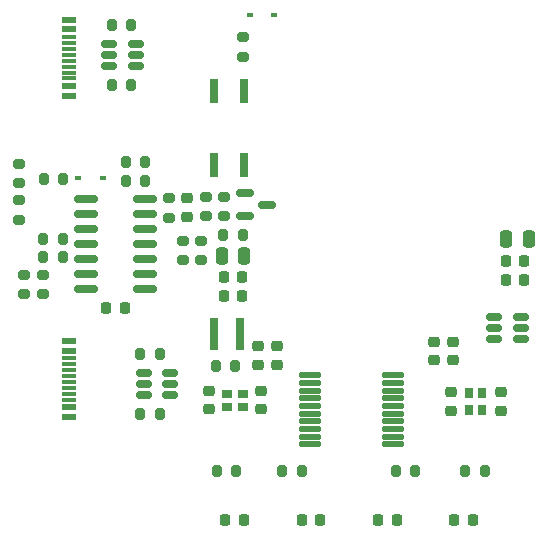
<source format=gbr>
%TF.GenerationSoftware,KiCad,Pcbnew,7.0.9*%
%TF.CreationDate,2023-12-12T13:04:40+02:00*%
%TF.ProjectId,ADuM3165_USB_ISOLATION,4144754d-3331-4363-955f-5553425f4953,rev?*%
%TF.SameCoordinates,Original*%
%TF.FileFunction,Paste,Top*%
%TF.FilePolarity,Positive*%
%FSLAX46Y46*%
G04 Gerber Fmt 4.6, Leading zero omitted, Abs format (unit mm)*
G04 Created by KiCad (PCBNEW 7.0.9) date 2023-12-12 13:04:40*
%MOMM*%
%LPD*%
G01*
G04 APERTURE LIST*
G04 Aperture macros list*
%AMRoundRect*
0 Rectangle with rounded corners*
0 $1 Rounding radius*
0 $2 $3 $4 $5 $6 $7 $8 $9 X,Y pos of 4 corners*
0 Add a 4 corners polygon primitive as box body*
4,1,4,$2,$3,$4,$5,$6,$7,$8,$9,$2,$3,0*
0 Add four circle primitives for the rounded corners*
1,1,$1+$1,$2,$3*
1,1,$1+$1,$4,$5*
1,1,$1+$1,$6,$7*
1,1,$1+$1,$8,$9*
0 Add four rect primitives between the rounded corners*
20,1,$1+$1,$2,$3,$4,$5,0*
20,1,$1+$1,$4,$5,$6,$7,0*
20,1,$1+$1,$6,$7,$8,$9,0*
20,1,$1+$1,$8,$9,$2,$3,0*%
G04 Aperture macros list end*
%ADD10RoundRect,0.225000X-0.250000X0.225000X-0.250000X-0.225000X0.250000X-0.225000X0.250000X0.225000X0*%
%ADD11RoundRect,0.225000X0.250000X-0.225000X0.250000X0.225000X-0.250000X0.225000X-0.250000X-0.225000X0*%
%ADD12RoundRect,0.200000X0.275000X-0.200000X0.275000X0.200000X-0.275000X0.200000X-0.275000X-0.200000X0*%
%ADD13RoundRect,0.200000X-0.200000X-0.275000X0.200000X-0.275000X0.200000X0.275000X-0.200000X0.275000X0*%
%ADD14RoundRect,0.218750X-0.218750X-0.256250X0.218750X-0.256250X0.218750X0.256250X-0.218750X0.256250X0*%
%ADD15RoundRect,0.150000X-0.512500X-0.150000X0.512500X-0.150000X0.512500X0.150000X-0.512500X0.150000X0*%
%ADD16RoundRect,0.200000X0.200000X0.275000X-0.200000X0.275000X-0.200000X-0.275000X0.200000X-0.275000X0*%
%ADD17R,1.150000X0.600000*%
%ADD18R,1.150000X0.300000*%
%ADD19RoundRect,0.225000X0.225000X0.250000X-0.225000X0.250000X-0.225000X-0.250000X0.225000X-0.250000X0*%
%ADD20RoundRect,0.200000X-0.275000X0.200000X-0.275000X-0.200000X0.275000X-0.200000X0.275000X0.200000X0*%
%ADD21RoundRect,0.150000X-0.587500X-0.150000X0.587500X-0.150000X0.587500X0.150000X-0.587500X0.150000X0*%
%ADD22R,0.900000X0.800000*%
%ADD23R,0.600000X0.450000*%
%ADD24R,0.800000X0.900000*%
%ADD25RoundRect,0.250000X0.250000X0.475000X-0.250000X0.475000X-0.250000X-0.475000X0.250000X-0.475000X0*%
%ADD26RoundRect,0.150000X0.512500X0.150000X-0.512500X0.150000X-0.512500X-0.150000X0.512500X-0.150000X0*%
%ADD27RoundRect,0.125000X-0.825000X-0.125000X0.825000X-0.125000X0.825000X0.125000X-0.825000X0.125000X0*%
%ADD28RoundRect,0.225000X-0.225000X-0.250000X0.225000X-0.250000X0.225000X0.250000X-0.225000X0.250000X0*%
%ADD29R,0.640000X2.000000*%
%ADD30R,0.800000X2.700000*%
%ADD31RoundRect,0.150000X0.825000X0.150000X-0.825000X0.150000X-0.825000X-0.150000X0.825000X-0.150000X0*%
G04 APERTURE END LIST*
D10*
%TO.C,C11*%
X124300000Y-136175000D03*
X124300000Y-137725000D03*
%TD*%
D11*
%TO.C,C2*%
X116621000Y-125212000D03*
X116621000Y-123662000D03*
%TD*%
D12*
%TO.C,R8*%
X115100000Y-125275000D03*
X115100000Y-123625000D03*
%TD*%
D13*
%TO.C,R6*%
X104475000Y-128650000D03*
X106125000Y-128650000D03*
%TD*%
D12*
%TO.C,R20*%
X116300000Y-128875000D03*
X116300000Y-127225000D03*
%TD*%
D13*
%TO.C,R23*%
X134335000Y-146750000D03*
X135985000Y-146750000D03*
%TD*%
D14*
%TO.C,D1*%
X126362500Y-150850000D03*
X127937500Y-150850000D03*
%TD*%
D15*
%TO.C,U5*%
X112972500Y-138420000D03*
X112972500Y-139370000D03*
X112972500Y-140320000D03*
X115247500Y-140320000D03*
X115247500Y-139370000D03*
X115247500Y-138420000D03*
%TD*%
D16*
%TO.C,R18*%
X111925000Y-114050000D03*
X110275000Y-114050000D03*
%TD*%
D11*
%TO.C,C15*%
X122900000Y-141525000D03*
X122900000Y-139975000D03*
%TD*%
%TO.C,C14*%
X139200000Y-137325000D03*
X139200000Y-135775000D03*
%TD*%
D17*
%TO.C,J2*%
X106680000Y-135750000D03*
X106680000Y-136550000D03*
D18*
X106680000Y-137700000D03*
X106680000Y-138700000D03*
X106680000Y-139200000D03*
X106680000Y-140200000D03*
D17*
X106680000Y-141350000D03*
X106680000Y-142150000D03*
X106680000Y-142150000D03*
X106680000Y-141350000D03*
D18*
X106680000Y-140700000D03*
X106680000Y-139700000D03*
X106680000Y-138200000D03*
X106680000Y-137200000D03*
D17*
X106680000Y-136550000D03*
X106680000Y-135750000D03*
%TD*%
D10*
%TO.C,C18*%
X143200000Y-140075000D03*
X143200000Y-141625000D03*
%TD*%
D13*
%TO.C,R9*%
X119075000Y-137850000D03*
X120725000Y-137850000D03*
%TD*%
D19*
%TO.C,C5*%
X121325000Y-130300000D03*
X119775000Y-130300000D03*
%TD*%
D16*
%TO.C,R25*%
X114325000Y-136850000D03*
X112675000Y-136850000D03*
%TD*%
D11*
%TO.C,C17*%
X118500000Y-141525000D03*
X118500000Y-139975000D03*
%TD*%
D20*
%TO.C,R7*%
X104472000Y-130121000D03*
X104472000Y-131771000D03*
%TD*%
D21*
%TO.C,Q1*%
X121561500Y-123227000D03*
X121561500Y-125127000D03*
X123436500Y-124177000D03*
%TD*%
D17*
%TO.C,J1*%
X106680000Y-108550000D03*
X106680000Y-109350000D03*
D18*
X106680000Y-110500000D03*
X106680000Y-111500000D03*
X106680000Y-112000000D03*
X106680000Y-113000000D03*
D17*
X106680000Y-114150000D03*
X106680000Y-114950000D03*
X106680000Y-114950000D03*
X106680000Y-114150000D03*
D18*
X106680000Y-113500000D03*
X106680000Y-112500000D03*
X106680000Y-111000000D03*
X106680000Y-110000000D03*
D17*
X106680000Y-109350000D03*
X106680000Y-108550000D03*
%TD*%
D12*
%TO.C,R21*%
X117870000Y-128875000D03*
X117870000Y-127225000D03*
%TD*%
D14*
%TO.C,D6*%
X132862500Y-150850000D03*
X134437500Y-150850000D03*
%TD*%
D13*
%TO.C,R1*%
X111475000Y-120550000D03*
X113125000Y-120550000D03*
%TD*%
D22*
%TO.C,Y1*%
X120000000Y-141300000D03*
X121400000Y-141300000D03*
X121400000Y-140200000D03*
X120000000Y-140200000D03*
%TD*%
D10*
%TO.C,C12*%
X137600000Y-135775000D03*
X137600000Y-137325000D03*
%TD*%
D23*
%TO.C,D5*%
X109550000Y-121950000D03*
X107450000Y-121950000D03*
%TD*%
D24*
%TO.C,Y2*%
X141650000Y-141550000D03*
X141650000Y-140150000D03*
X140550000Y-140150000D03*
X140550000Y-141550000D03*
%TD*%
D25*
%TO.C,C4*%
X121500000Y-128500000D03*
X119600000Y-128500000D03*
%TD*%
D11*
%TO.C,C16*%
X139000000Y-141625000D03*
X139000000Y-140075000D03*
%TD*%
D13*
%TO.C,R16*%
X104472000Y-127073000D03*
X106122000Y-127073000D03*
%TD*%
D20*
%TO.C,R12*%
X118224000Y-123498000D03*
X118224000Y-125148000D03*
%TD*%
D11*
%TO.C,C13*%
X122700000Y-137725000D03*
X122700000Y-136175000D03*
%TD*%
D20*
%TO.C,R2*%
X102400000Y-123825000D03*
X102400000Y-125475000D03*
%TD*%
D16*
%TO.C,R17*%
X106185000Y-122000000D03*
X104535000Y-122000000D03*
%TD*%
%TO.C,R26*%
X114325000Y-141950000D03*
X112675000Y-141950000D03*
%TD*%
D23*
%TO.C,D2*%
X124050000Y-108150000D03*
X121950000Y-108150000D03*
%TD*%
D25*
%TO.C,C9*%
X145600000Y-127100000D03*
X143700000Y-127100000D03*
%TD*%
D26*
%TO.C,U3*%
X112362500Y-112475000D03*
X112362500Y-111525000D03*
X112362500Y-110575000D03*
X110087500Y-110575000D03*
X110087500Y-111525000D03*
X110087500Y-112475000D03*
%TD*%
D16*
%TO.C,R4*%
X126375000Y-146750000D03*
X124725000Y-146750000D03*
%TD*%
D27*
%TO.C,U4*%
X127100000Y-138625000D03*
X127100000Y-139275000D03*
X127100000Y-139925000D03*
X127100000Y-140575000D03*
X127100000Y-141225000D03*
X127100000Y-141875000D03*
X127100000Y-142525000D03*
X127100000Y-143175000D03*
X127100000Y-143825000D03*
X127100000Y-144475000D03*
X134100000Y-144475000D03*
X134100000Y-143825000D03*
X134100000Y-143175000D03*
X134100000Y-142525000D03*
X134100000Y-141875000D03*
X134100000Y-141225000D03*
X134100000Y-140575000D03*
X134100000Y-139925000D03*
X134100000Y-139275000D03*
X134100000Y-138625000D03*
%TD*%
D12*
%TO.C,R3*%
X121400000Y-111675000D03*
X121400000Y-110025000D03*
%TD*%
%TO.C,R13*%
X102874000Y-131793000D03*
X102874000Y-130143000D03*
%TD*%
D19*
%TO.C,C7*%
X145175000Y-128950000D03*
X143625000Y-128950000D03*
%TD*%
D15*
%TO.C,U6*%
X142622500Y-133670000D03*
X142622500Y-134620000D03*
X142622500Y-135570000D03*
X144897500Y-135570000D03*
X144897500Y-134620000D03*
X144897500Y-133670000D03*
%TD*%
D19*
%TO.C,C8*%
X145175000Y-130550000D03*
X143625000Y-130550000D03*
%TD*%
D16*
%TO.C,R15*%
X111950000Y-108950000D03*
X110300000Y-108950000D03*
%TD*%
D19*
%TO.C,C6*%
X121325000Y-131900000D03*
X119775000Y-131900000D03*
%TD*%
D28*
%TO.C,C1*%
X109825000Y-132975000D03*
X111375000Y-132975000D03*
%TD*%
D12*
%TO.C,R19*%
X119754000Y-125173000D03*
X119754000Y-123523000D03*
%TD*%
D13*
%TO.C,R11*%
X119175000Y-146750000D03*
X120825000Y-146750000D03*
%TD*%
D29*
%TO.C,U2*%
X121445000Y-114550000D03*
X118905000Y-114550000D03*
X118905000Y-120850000D03*
X121445000Y-120850000D03*
%TD*%
D20*
%TO.C,R5*%
X102400000Y-120725000D03*
X102400000Y-122375000D03*
%TD*%
D13*
%TO.C,R10*%
X140225000Y-146750000D03*
X141875000Y-146750000D03*
%TD*%
%TO.C,R22*%
X119725000Y-126750000D03*
X121375000Y-126750000D03*
%TD*%
D14*
%TO.C,D4*%
X119862500Y-150850000D03*
X121437500Y-150850000D03*
%TD*%
D30*
%TO.C,L1*%
X118900000Y-135150000D03*
X121100000Y-135150000D03*
%TD*%
D16*
%TO.C,R14*%
X113125000Y-122150000D03*
X111475000Y-122150000D03*
%TD*%
D14*
%TO.C,D3*%
X139262500Y-150850000D03*
X140837500Y-150850000D03*
%TD*%
D31*
%TO.C,U1*%
X113075000Y-131360000D03*
X113075000Y-130090000D03*
X113075000Y-128820000D03*
X113075000Y-127550000D03*
X113075000Y-126280000D03*
X113075000Y-125010000D03*
X113075000Y-123740000D03*
X108125000Y-123740000D03*
X108125000Y-125010000D03*
X108125000Y-126280000D03*
X108125000Y-127550000D03*
X108125000Y-128820000D03*
X108125000Y-130090000D03*
X108125000Y-131360000D03*
%TD*%
M02*

</source>
